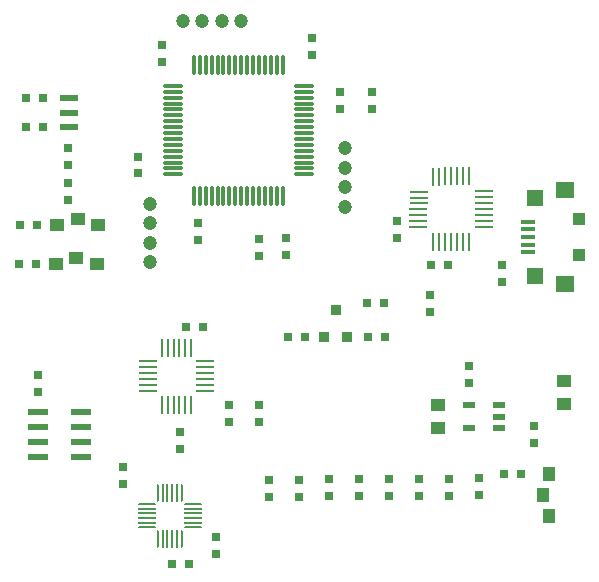
<source format=gtp>
G04*
G04 #@! TF.GenerationSoftware,Altium Limited,Altium Designer,18.1.8 (232)*
G04*
G04 Layer_Color=8421504*
%FSLAX25Y25*%
%MOIN*%
G70*
G01*
G75*
%ADD20R,0.04724X0.01575*%
%ADD21R,0.03000X0.03000*%
%ADD22R,0.03543X0.03740*%
%ADD23R,0.03543X0.03740*%
%ADD24R,0.03000X0.03000*%
%ADD25R,0.05512X0.05512*%
%ADD26R,0.05906X0.05315*%
%ADD27R,0.03937X0.04331*%
%ADD28R,0.00906X0.05906*%
%ADD29R,0.05906X0.00906*%
%ADD30R,0.05118X0.03937*%
%ADD31R,0.04724X0.03937*%
%ADD32C,0.04724*%
%ADD33O,0.01181X0.07087*%
%ADD34O,0.07087X0.01181*%
G04:AMPARAMS|DCode=35|XSize=7.87mil|YSize=59.06mil|CornerRadius=3.94mil|HoleSize=0mil|Usage=FLASHONLY|Rotation=90.000|XOffset=0mil|YOffset=0mil|HoleType=Round|Shape=RoundedRectangle|*
%AMROUNDEDRECTD35*
21,1,0.00787,0.05118,0,0,90.0*
21,1,0.00000,0.05906,0,0,90.0*
1,1,0.00787,0.02559,0.00000*
1,1,0.00787,0.02559,0.00000*
1,1,0.00787,-0.02559,0.00000*
1,1,0.00787,-0.02559,0.00000*
%
%ADD35ROUNDEDRECTD35*%
%ADD36R,0.05906X0.00787*%
G04:AMPARAMS|DCode=37|XSize=7.87mil|YSize=59.06mil|CornerRadius=3.94mil|HoleSize=0mil|Usage=FLASHONLY|Rotation=0.000|XOffset=0mil|YOffset=0mil|HoleType=Round|Shape=RoundedRectangle|*
%AMROUNDEDRECTD37*
21,1,0.00787,0.05118,0,0,0.0*
21,1,0.00000,0.05906,0,0,0.0*
1,1,0.00787,0.00000,-0.02559*
1,1,0.00787,0.00000,-0.02559*
1,1,0.00787,0.00000,0.02559*
1,1,0.00787,0.00000,0.02559*
%
%ADD37ROUNDEDRECTD37*%
%ADD38R,0.00787X0.05906*%
%ADD39R,0.07087X0.02400*%
%ADD40R,0.05906X0.00984*%
%ADD41R,0.00984X0.05906*%
%ADD42R,0.06000X0.02362*%
%ADD43R,0.03937X0.05118*%
%ADD44R,0.03937X0.04724*%
%ADD45R,0.03937X0.02000*%
%ADD46R,0.05000X0.04000*%
D20*
X176071Y114847D02*
D03*
Y117405D02*
D03*
Y122524D02*
D03*
Y119965D02*
D03*
Y112287D02*
D03*
D21*
X101650Y83994D02*
D03*
X96000Y84000D02*
D03*
X128350Y83951D02*
D03*
X122700Y83957D02*
D03*
X128000Y95500D02*
D03*
X122350Y95506D02*
D03*
X6650Y121440D02*
D03*
X12300Y121433D02*
D03*
X6350Y108440D02*
D03*
X12000Y108433D02*
D03*
X143650Y108006D02*
D03*
X149300Y108000D02*
D03*
X57500Y8500D02*
D03*
X63150Y8494D02*
D03*
X62150Y87506D02*
D03*
X67800Y87500D02*
D03*
X8650Y154192D02*
D03*
X14300Y154185D02*
D03*
X8650Y163573D02*
D03*
X14300Y163567D02*
D03*
X168150Y38506D02*
D03*
X173800Y38500D02*
D03*
D22*
X112000Y93021D02*
D03*
D23*
X115740Y83979D02*
D03*
X108260Y83979D02*
D03*
D24*
X143500Y92500D02*
D03*
X143506Y98150D02*
D03*
X167500Y102500D02*
D03*
X167506Y108150D02*
D03*
X132500Y117000D02*
D03*
X132506Y122650D02*
D03*
X86494Y111150D02*
D03*
X86500Y116800D02*
D03*
X66006Y122150D02*
D03*
X66000Y116500D02*
D03*
X46006Y144200D02*
D03*
X46000Y138550D02*
D03*
X53994Y175850D02*
D03*
X54000Y181500D02*
D03*
X104006Y183850D02*
D03*
X104000Y178200D02*
D03*
X22894Y129850D02*
D03*
X22900Y135500D02*
D03*
X22894Y141350D02*
D03*
X22900Y147000D02*
D03*
X124006Y165850D02*
D03*
X124000Y160200D02*
D03*
X95500Y111500D02*
D03*
X95506Y117150D02*
D03*
X113494Y160145D02*
D03*
X113500Y165795D02*
D03*
X40994Y35150D02*
D03*
X41000Y40800D02*
D03*
X71994Y11650D02*
D03*
X72000Y17300D02*
D03*
X12907Y65650D02*
D03*
X12913Y71300D02*
D03*
X86500Y61350D02*
D03*
X86494Y55700D02*
D03*
X76500Y61350D02*
D03*
X76494Y55700D02*
D03*
X60110Y52500D02*
D03*
X60104Y46850D02*
D03*
X177994Y48650D02*
D03*
X178000Y54300D02*
D03*
X156506Y74350D02*
D03*
X156500Y68700D02*
D03*
X109753Y31150D02*
D03*
X109760Y36800D02*
D03*
X99747Y30850D02*
D03*
X99753Y36500D02*
D03*
X89753Y30650D02*
D03*
X89760Y36300D02*
D03*
X119747Y31150D02*
D03*
X119753Y36800D02*
D03*
X129747Y31150D02*
D03*
X129753Y36800D02*
D03*
X139753Y31150D02*
D03*
X139760Y36800D02*
D03*
X149747Y31150D02*
D03*
X149753Y36800D02*
D03*
X159753Y31500D02*
D03*
X159760Y37150D02*
D03*
D25*
X178433Y130398D02*
D03*
Y104413D02*
D03*
D26*
X188512Y133153D02*
D03*
Y101657D02*
D03*
D27*
X193000Y123311D02*
D03*
Y111500D02*
D03*
D28*
X144588Y115650D02*
D03*
X146557Y115689D02*
D03*
X148525Y115728D02*
D03*
X156439D02*
D03*
X154431D02*
D03*
X152462D02*
D03*
X150454D02*
D03*
X144391Y137500D02*
D03*
X146439D02*
D03*
X148486Y137539D02*
D03*
X156399D02*
D03*
X154391D02*
D03*
X152423D02*
D03*
X150454D02*
D03*
D29*
X139470Y120571D02*
D03*
Y122618D02*
D03*
X139509Y124626D02*
D03*
X139628Y132500D02*
D03*
Y130532D02*
D03*
Y128563D02*
D03*
X139549Y126594D02*
D03*
X161360Y120689D02*
D03*
Y122658D02*
D03*
Y124587D02*
D03*
Y132539D02*
D03*
Y130571D02*
D03*
Y128563D02*
D03*
Y126594D02*
D03*
D30*
X18610Y108433D02*
D03*
X32390D02*
D03*
X19110Y121433D02*
D03*
X32890D02*
D03*
D31*
X25500Y110433D02*
D03*
X26000Y123433D02*
D03*
D32*
X80500Y189500D02*
D03*
X74000D02*
D03*
X67500D02*
D03*
X61000D02*
D03*
X50000Y109000D02*
D03*
Y115500D02*
D03*
Y122000D02*
D03*
Y128500D02*
D03*
X115000Y127500D02*
D03*
Y134000D02*
D03*
Y140500D02*
D03*
Y147000D02*
D03*
D33*
X64736Y174850D02*
D03*
X66705D02*
D03*
X68673D02*
D03*
X70642D02*
D03*
X72610D02*
D03*
X74579D02*
D03*
X76547D02*
D03*
X78516D02*
D03*
X80484D02*
D03*
X82453D02*
D03*
X84421D02*
D03*
X86390D02*
D03*
X88358D02*
D03*
X90327D02*
D03*
X92295D02*
D03*
X94264D02*
D03*
Y131150D02*
D03*
X92295D02*
D03*
X90327D02*
D03*
X88358D02*
D03*
X86390D02*
D03*
X84421D02*
D03*
X82453D02*
D03*
X80484D02*
D03*
X78516D02*
D03*
X76547D02*
D03*
X74579D02*
D03*
X72610D02*
D03*
X70642D02*
D03*
X68673D02*
D03*
X66705D02*
D03*
X64736D02*
D03*
D34*
X101350Y167764D02*
D03*
Y165795D02*
D03*
Y163827D02*
D03*
Y161858D02*
D03*
Y159890D02*
D03*
Y157921D02*
D03*
Y155953D02*
D03*
Y153984D02*
D03*
Y152016D02*
D03*
Y150047D02*
D03*
Y148079D02*
D03*
Y146110D02*
D03*
Y144142D02*
D03*
Y142173D02*
D03*
Y140205D02*
D03*
Y138236D02*
D03*
X57650D02*
D03*
Y140205D02*
D03*
Y142173D02*
D03*
Y144142D02*
D03*
Y146110D02*
D03*
Y148079D02*
D03*
Y150047D02*
D03*
Y152016D02*
D03*
Y153984D02*
D03*
Y155953D02*
D03*
Y157921D02*
D03*
Y159890D02*
D03*
Y161858D02*
D03*
Y163827D02*
D03*
Y165795D02*
D03*
Y167764D02*
D03*
D35*
X49042Y28437D02*
D03*
Y20563D02*
D03*
X64317D02*
D03*
Y28437D02*
D03*
D36*
X49042Y26862D02*
D03*
Y25287D02*
D03*
Y23713D02*
D03*
Y22138D02*
D03*
X64317D02*
D03*
Y23713D02*
D03*
Y25287D02*
D03*
Y26862D02*
D03*
D37*
X52743Y32138D02*
D03*
X60617D02*
D03*
Y16862D02*
D03*
X52743D02*
D03*
D38*
X54317Y32138D02*
D03*
X55892D02*
D03*
X57467D02*
D03*
X59042D02*
D03*
Y16862D02*
D03*
X57467D02*
D03*
X55892D02*
D03*
X54317D02*
D03*
D39*
X12913Y58900D02*
D03*
Y54000D02*
D03*
Y49039D02*
D03*
Y44118D02*
D03*
X27156D02*
D03*
Y49039D02*
D03*
Y54000D02*
D03*
Y58900D02*
D03*
D40*
X49374Y75874D02*
D03*
Y73905D02*
D03*
Y71937D02*
D03*
Y69968D02*
D03*
Y68000D02*
D03*
Y66031D02*
D03*
X68468D02*
D03*
Y68000D02*
D03*
Y69968D02*
D03*
Y71937D02*
D03*
Y73905D02*
D03*
Y75874D02*
D03*
D41*
X63842Y61405D02*
D03*
X61874D02*
D03*
X59905D02*
D03*
X57937D02*
D03*
X55968D02*
D03*
X54000D02*
D03*
X63842Y80500D02*
D03*
X61874D02*
D03*
X59905D02*
D03*
X57937D02*
D03*
X55968D02*
D03*
X54000D02*
D03*
D42*
X23000Y163567D02*
D03*
X23000Y154118D02*
D03*
X23000Y158843D02*
D03*
D43*
X183000Y24521D02*
D03*
Y38300D02*
D03*
D44*
X181000Y31410D02*
D03*
D45*
X156500Y61240D02*
D03*
Y53760D02*
D03*
X166500Y57500D02*
D03*
Y61240D02*
D03*
Y53760D02*
D03*
D46*
X188000Y69500D02*
D03*
Y61800D02*
D03*
X146000Y61500D02*
D03*
Y53800D02*
D03*
M02*

</source>
